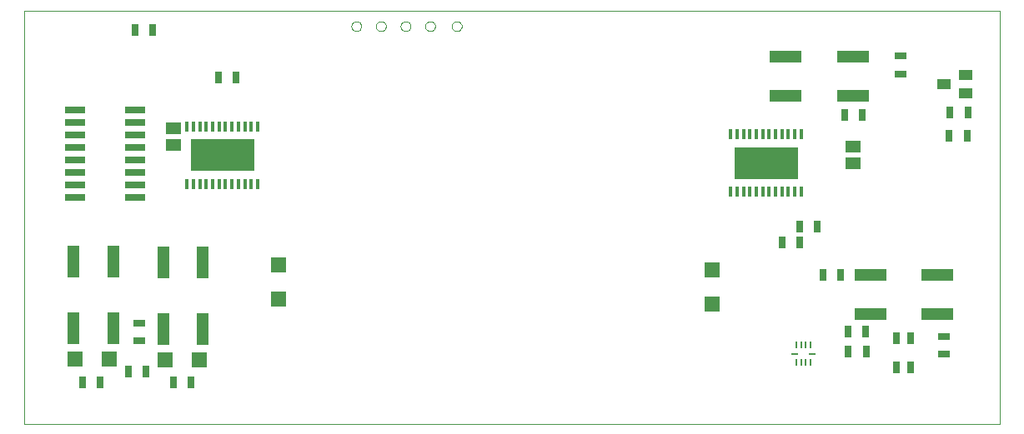
<source format=gtp>
G75*
%MOIN*%
%OFA0B0*%
%FSLAX24Y24*%
%IPPOS*%
%LPD*%
%AMOC8*
5,1,8,0,0,1.08239X$1,22.5*
%
%ADD10C,0.0000*%
%ADD11R,0.0276X0.0472*%
%ADD12R,0.0315X0.0472*%
%ADD13R,0.0472X0.0315*%
%ADD14R,0.0591X0.0591*%
%ADD15R,0.0551X0.0394*%
%ADD16R,0.0800X0.0260*%
%ADD17R,0.0472X0.1260*%
%ADD18R,0.1260X0.0472*%
%ADD19R,0.0120X0.0390*%
%ADD20R,0.2540X0.1280*%
%ADD21R,0.0591X0.0512*%
%ADD22R,0.0098X0.0295*%
%ADD23R,0.0295X0.0098*%
D10*
X001732Y002173D02*
X001732Y018708D01*
X040708Y018708D01*
X040708Y002173D01*
X001732Y002173D01*
X014803Y018078D02*
X014805Y018105D01*
X014811Y018132D01*
X014820Y018158D01*
X014833Y018182D01*
X014849Y018205D01*
X014868Y018224D01*
X014890Y018241D01*
X014914Y018255D01*
X014939Y018265D01*
X014966Y018272D01*
X014993Y018275D01*
X015021Y018274D01*
X015048Y018269D01*
X015074Y018261D01*
X015098Y018249D01*
X015121Y018233D01*
X015142Y018215D01*
X015159Y018194D01*
X015174Y018170D01*
X015185Y018145D01*
X015193Y018119D01*
X015197Y018092D01*
X015197Y018064D01*
X015193Y018037D01*
X015185Y018011D01*
X015174Y017986D01*
X015159Y017962D01*
X015142Y017941D01*
X015121Y017923D01*
X015099Y017907D01*
X015074Y017895D01*
X015048Y017887D01*
X015021Y017882D01*
X014993Y017881D01*
X014966Y017884D01*
X014939Y017891D01*
X014914Y017901D01*
X014890Y017915D01*
X014868Y017932D01*
X014849Y017951D01*
X014833Y017974D01*
X014820Y017998D01*
X014811Y018024D01*
X014805Y018051D01*
X014803Y018078D01*
X015787Y018078D02*
X015789Y018105D01*
X015795Y018132D01*
X015804Y018158D01*
X015817Y018182D01*
X015833Y018205D01*
X015852Y018224D01*
X015874Y018241D01*
X015898Y018255D01*
X015923Y018265D01*
X015950Y018272D01*
X015977Y018275D01*
X016005Y018274D01*
X016032Y018269D01*
X016058Y018261D01*
X016082Y018249D01*
X016105Y018233D01*
X016126Y018215D01*
X016143Y018194D01*
X016158Y018170D01*
X016169Y018145D01*
X016177Y018119D01*
X016181Y018092D01*
X016181Y018064D01*
X016177Y018037D01*
X016169Y018011D01*
X016158Y017986D01*
X016143Y017962D01*
X016126Y017941D01*
X016105Y017923D01*
X016083Y017907D01*
X016058Y017895D01*
X016032Y017887D01*
X016005Y017882D01*
X015977Y017881D01*
X015950Y017884D01*
X015923Y017891D01*
X015898Y017901D01*
X015874Y017915D01*
X015852Y017932D01*
X015833Y017951D01*
X015817Y017974D01*
X015804Y017998D01*
X015795Y018024D01*
X015789Y018051D01*
X015787Y018078D01*
X016771Y018078D02*
X016773Y018105D01*
X016779Y018132D01*
X016788Y018158D01*
X016801Y018182D01*
X016817Y018205D01*
X016836Y018224D01*
X016858Y018241D01*
X016882Y018255D01*
X016907Y018265D01*
X016934Y018272D01*
X016961Y018275D01*
X016989Y018274D01*
X017016Y018269D01*
X017042Y018261D01*
X017066Y018249D01*
X017089Y018233D01*
X017110Y018215D01*
X017127Y018194D01*
X017142Y018170D01*
X017153Y018145D01*
X017161Y018119D01*
X017165Y018092D01*
X017165Y018064D01*
X017161Y018037D01*
X017153Y018011D01*
X017142Y017986D01*
X017127Y017962D01*
X017110Y017941D01*
X017089Y017923D01*
X017067Y017907D01*
X017042Y017895D01*
X017016Y017887D01*
X016989Y017882D01*
X016961Y017881D01*
X016934Y017884D01*
X016907Y017891D01*
X016882Y017901D01*
X016858Y017915D01*
X016836Y017932D01*
X016817Y017951D01*
X016801Y017974D01*
X016788Y017998D01*
X016779Y018024D01*
X016773Y018051D01*
X016771Y018078D01*
X017755Y018078D02*
X017757Y018105D01*
X017763Y018132D01*
X017772Y018158D01*
X017785Y018182D01*
X017801Y018205D01*
X017820Y018224D01*
X017842Y018241D01*
X017866Y018255D01*
X017891Y018265D01*
X017918Y018272D01*
X017945Y018275D01*
X017973Y018274D01*
X018000Y018269D01*
X018026Y018261D01*
X018050Y018249D01*
X018073Y018233D01*
X018094Y018215D01*
X018111Y018194D01*
X018126Y018170D01*
X018137Y018145D01*
X018145Y018119D01*
X018149Y018092D01*
X018149Y018064D01*
X018145Y018037D01*
X018137Y018011D01*
X018126Y017986D01*
X018111Y017962D01*
X018094Y017941D01*
X018073Y017923D01*
X018051Y017907D01*
X018026Y017895D01*
X018000Y017887D01*
X017973Y017882D01*
X017945Y017881D01*
X017918Y017884D01*
X017891Y017891D01*
X017866Y017901D01*
X017842Y017915D01*
X017820Y017932D01*
X017801Y017951D01*
X017785Y017974D01*
X017772Y017998D01*
X017763Y018024D01*
X017757Y018051D01*
X017755Y018078D01*
X018818Y018078D02*
X018820Y018105D01*
X018826Y018132D01*
X018835Y018158D01*
X018848Y018182D01*
X018864Y018205D01*
X018883Y018224D01*
X018905Y018241D01*
X018929Y018255D01*
X018954Y018265D01*
X018981Y018272D01*
X019008Y018275D01*
X019036Y018274D01*
X019063Y018269D01*
X019089Y018261D01*
X019113Y018249D01*
X019136Y018233D01*
X019157Y018215D01*
X019174Y018194D01*
X019189Y018170D01*
X019200Y018145D01*
X019208Y018119D01*
X019212Y018092D01*
X019212Y018064D01*
X019208Y018037D01*
X019200Y018011D01*
X019189Y017986D01*
X019174Y017962D01*
X019157Y017941D01*
X019136Y017923D01*
X019114Y017907D01*
X019089Y017895D01*
X019063Y017887D01*
X019036Y017882D01*
X019008Y017881D01*
X018981Y017884D01*
X018954Y017891D01*
X018929Y017901D01*
X018905Y017915D01*
X018883Y017932D01*
X018864Y017951D01*
X018848Y017974D01*
X018835Y017998D01*
X018826Y018024D01*
X018820Y018051D01*
X018818Y018078D01*
D11*
X036594Y005598D03*
X037145Y005598D03*
X037145Y004417D03*
X036594Y004417D03*
D12*
X035382Y005055D03*
X034673Y005055D03*
X034657Y005866D03*
X035366Y005866D03*
X034370Y008118D03*
X033661Y008118D03*
X032716Y009417D03*
X032008Y009417D03*
X032716Y010047D03*
X033425Y010047D03*
X038700Y013708D03*
X039409Y013708D03*
X039448Y014614D03*
X038740Y014614D03*
X035236Y014535D03*
X034527Y014535D03*
X010197Y016031D03*
X009488Y016031D03*
X006850Y017921D03*
X006141Y017921D03*
X005893Y004244D03*
X006602Y004244D03*
X007677Y003826D03*
X008385Y003826D03*
X004763Y003826D03*
X004055Y003826D03*
D13*
X006311Y005484D03*
X006311Y006193D03*
X036767Y016169D03*
X036767Y016878D03*
X038480Y005657D03*
X038480Y004948D03*
D14*
X029212Y006956D03*
X029212Y008334D03*
X011889Y008531D03*
X011889Y007153D03*
X008720Y004732D03*
X007342Y004732D03*
X005137Y004771D03*
X003760Y004771D03*
D15*
X038504Y015756D03*
X039370Y016130D03*
X039370Y015381D03*
D16*
X006170Y014710D03*
X006170Y014210D03*
X006170Y013710D03*
X006170Y013210D03*
X006170Y012710D03*
X006170Y012210D03*
X006170Y011710D03*
X006170Y011210D03*
X003750Y011210D03*
X003750Y011710D03*
X003750Y012210D03*
X003750Y012710D03*
X003750Y013210D03*
X003750Y013710D03*
X003750Y014210D03*
X003750Y014710D03*
D17*
X003700Y008669D03*
X005275Y008669D03*
X007283Y008630D03*
X008858Y008630D03*
X008858Y005952D03*
X007283Y005952D03*
X005275Y005992D03*
X003700Y005992D03*
D18*
X032165Y015283D03*
X034842Y015283D03*
X034842Y016858D03*
X032165Y016858D03*
X035551Y008118D03*
X038228Y008118D03*
X038228Y006543D03*
X035551Y006543D03*
D19*
X032785Y011457D03*
X032529Y011457D03*
X032273Y011457D03*
X032017Y011457D03*
X031761Y011457D03*
X031506Y011457D03*
X031250Y011457D03*
X030994Y011457D03*
X030738Y011457D03*
X030482Y011457D03*
X030226Y011457D03*
X029970Y011457D03*
X029970Y013755D03*
X030226Y013755D03*
X030482Y013755D03*
X030738Y013755D03*
X030994Y013755D03*
X031250Y013755D03*
X031506Y013755D03*
X031761Y013755D03*
X032017Y013755D03*
X032273Y013755D03*
X032529Y013755D03*
X032785Y013755D03*
X011053Y014070D03*
X010797Y014070D03*
X010541Y014070D03*
X010285Y014070D03*
X010029Y014070D03*
X009773Y014070D03*
X009517Y014070D03*
X009261Y014070D03*
X009006Y014070D03*
X008750Y014070D03*
X008494Y014070D03*
X008238Y014070D03*
X008238Y011772D03*
X008494Y011772D03*
X008750Y011772D03*
X009006Y011772D03*
X009261Y011772D03*
X009517Y011772D03*
X009773Y011772D03*
X010029Y011772D03*
X010285Y011772D03*
X010541Y011772D03*
X010797Y011772D03*
X011053Y011772D03*
D20*
X009645Y012921D03*
X031378Y012606D03*
D21*
X034842Y012586D03*
X034842Y013256D03*
X007677Y013334D03*
X007677Y014004D03*
D22*
X032578Y005322D03*
X032775Y005322D03*
X032972Y005322D03*
X033169Y005322D03*
X033169Y004614D03*
X032972Y004614D03*
X032775Y004614D03*
X032578Y004614D03*
D23*
X032519Y004968D03*
X033228Y004968D03*
M02*

</source>
